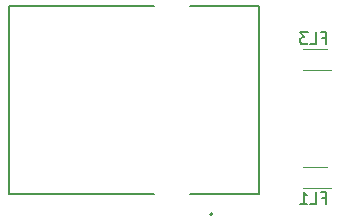
<source format=gbo>
G04 #@! TF.GenerationSoftware,KiCad,Pcbnew,(5.1.2)-1*
G04 #@! TF.CreationDate,2024-05-04T01:05:48+09:00*
G04 #@! TF.ProjectId,lf,6c662e6b-6963-4616-945f-706362585858,v1.1*
G04 #@! TF.SameCoordinates,Original*
G04 #@! TF.FileFunction,Legend,Bot*
G04 #@! TF.FilePolarity,Positive*
%FSLAX46Y46*%
G04 Gerber Fmt 4.6, Leading zero omitted, Abs format (unit mm)*
G04 Created by KiCad (PCBNEW (5.1.2)-1) date 2024-05-04 01:05:48*
%MOMM*%
%LPD*%
G04 APERTURE LIST*
%ADD10C,0.100000*%
%ADD11C,0.200000*%
%ADD12C,0.127000*%
%ADD13C,0.150000*%
%ADD14C,0.612000*%
%ADD15C,2.604000*%
%ADD16C,3.302000*%
%ADD17C,1.612000*%
%ADD18R,1.612000X1.612000*%
G04 APERTURE END LIST*
D10*
X147215000Y-85110000D02*
X145185000Y-85110000D01*
X147570000Y-86890000D02*
X145185000Y-86890000D01*
X147215000Y-95110000D02*
X145185000Y-95110000D01*
X147570000Y-96890000D02*
X145185000Y-96890000D01*
D11*
X137550000Y-99150000D02*
G75*
G03X137550000Y-99150000I-100000J0D01*
G01*
D12*
X120300000Y-81500000D02*
X120300000Y-97400000D01*
X141500000Y-97400000D02*
X141500000Y-81500000D01*
X120300000Y-97400000D02*
X132630000Y-97400000D01*
X135670000Y-97400000D02*
X141500000Y-97400000D01*
X120300000Y-81500000D02*
X132630000Y-81500000D01*
X141500000Y-81500000D02*
X135670000Y-81500000D01*
D13*
X146838095Y-84228571D02*
X147171428Y-84228571D01*
X147171428Y-84752380D02*
X147171428Y-83752380D01*
X146695238Y-83752380D01*
X145838095Y-84752380D02*
X146314285Y-84752380D01*
X146314285Y-83752380D01*
X145600000Y-83752380D02*
X144980952Y-83752380D01*
X145314285Y-84133333D01*
X145171428Y-84133333D01*
X145076190Y-84180952D01*
X145028571Y-84228571D01*
X144980952Y-84323809D01*
X144980952Y-84561904D01*
X145028571Y-84657142D01*
X145076190Y-84704761D01*
X145171428Y-84752380D01*
X145457142Y-84752380D01*
X145552380Y-84704761D01*
X145600000Y-84657142D01*
X146838095Y-97728571D02*
X147171428Y-97728571D01*
X147171428Y-98252380D02*
X147171428Y-97252380D01*
X146695238Y-97252380D01*
X145838095Y-98252380D02*
X146314285Y-98252380D01*
X146314285Y-97252380D01*
X144980952Y-98252380D02*
X145552380Y-98252380D01*
X145266666Y-98252380D02*
X145266666Y-97252380D01*
X145361904Y-97395238D01*
X145457142Y-97490476D01*
X145552380Y-97538095D01*
%LPC*%
D10*
G36*
X147438399Y-85259147D02*
G01*
X147441370Y-85259588D01*
X147444283Y-85260318D01*
X147447110Y-85261329D01*
X147449825Y-85262613D01*
X147452400Y-85264157D01*
X147454812Y-85265946D01*
X147457037Y-85267963D01*
X147459054Y-85270188D01*
X147460843Y-85272600D01*
X147462387Y-85275175D01*
X147463671Y-85277890D01*
X147464682Y-85280717D01*
X147465412Y-85283630D01*
X147465853Y-85286601D01*
X147466000Y-85289600D01*
X147466000Y-85840400D01*
X147465853Y-85843399D01*
X147465412Y-85846370D01*
X147464682Y-85849283D01*
X147463671Y-85852110D01*
X147462387Y-85854825D01*
X147460843Y-85857400D01*
X147459054Y-85859812D01*
X147457037Y-85862037D01*
X147454812Y-85864054D01*
X147452400Y-85865843D01*
X147449825Y-85867387D01*
X147447110Y-85868671D01*
X147444283Y-85869682D01*
X147441370Y-85870412D01*
X147438399Y-85870853D01*
X147435400Y-85871000D01*
X146634600Y-85871000D01*
X146631601Y-85870853D01*
X146628630Y-85870412D01*
X146625717Y-85869682D01*
X146622890Y-85868671D01*
X146620175Y-85867387D01*
X146617600Y-85865843D01*
X146615188Y-85864054D01*
X146612963Y-85862037D01*
X146610946Y-85859812D01*
X146609157Y-85857400D01*
X146607613Y-85854825D01*
X146606329Y-85852110D01*
X146605318Y-85849283D01*
X146604588Y-85846370D01*
X146604147Y-85843399D01*
X146604000Y-85840400D01*
X146604000Y-85289600D01*
X146604147Y-85286601D01*
X146604588Y-85283630D01*
X146605318Y-85280717D01*
X146606329Y-85277890D01*
X146607613Y-85275175D01*
X146609157Y-85272600D01*
X146610946Y-85270188D01*
X146612963Y-85267963D01*
X146615188Y-85265946D01*
X146617600Y-85264157D01*
X146620175Y-85262613D01*
X146622890Y-85261329D01*
X146625717Y-85260318D01*
X146628630Y-85259588D01*
X146631601Y-85259147D01*
X146634600Y-85259000D01*
X147435400Y-85259000D01*
X147438399Y-85259147D01*
X147438399Y-85259147D01*
G37*
D14*
X147035000Y-85565000D03*
D10*
G36*
X145768399Y-85259147D02*
G01*
X145771370Y-85259588D01*
X145774283Y-85260318D01*
X145777110Y-85261329D01*
X145779825Y-85262613D01*
X145782400Y-85264157D01*
X145784812Y-85265946D01*
X145787037Y-85267963D01*
X145789054Y-85270188D01*
X145790843Y-85272600D01*
X145792387Y-85275175D01*
X145793671Y-85277890D01*
X145794682Y-85280717D01*
X145795412Y-85283630D01*
X145795853Y-85286601D01*
X145796000Y-85289600D01*
X145796000Y-85840400D01*
X145795853Y-85843399D01*
X145795412Y-85846370D01*
X145794682Y-85849283D01*
X145793671Y-85852110D01*
X145792387Y-85854825D01*
X145790843Y-85857400D01*
X145789054Y-85859812D01*
X145787037Y-85862037D01*
X145784812Y-85864054D01*
X145782400Y-85865843D01*
X145779825Y-85867387D01*
X145777110Y-85868671D01*
X145774283Y-85869682D01*
X145771370Y-85870412D01*
X145768399Y-85870853D01*
X145765400Y-85871000D01*
X144964600Y-85871000D01*
X144961601Y-85870853D01*
X144958630Y-85870412D01*
X144955717Y-85869682D01*
X144952890Y-85868671D01*
X144950175Y-85867387D01*
X144947600Y-85865843D01*
X144945188Y-85864054D01*
X144942963Y-85862037D01*
X144940946Y-85859812D01*
X144939157Y-85857400D01*
X144937613Y-85854825D01*
X144936329Y-85852110D01*
X144935318Y-85849283D01*
X144934588Y-85846370D01*
X144934147Y-85843399D01*
X144934000Y-85840400D01*
X144934000Y-85289600D01*
X144934147Y-85286601D01*
X144934588Y-85283630D01*
X144935318Y-85280717D01*
X144936329Y-85277890D01*
X144937613Y-85275175D01*
X144939157Y-85272600D01*
X144940946Y-85270188D01*
X144942963Y-85267963D01*
X144945188Y-85265946D01*
X144947600Y-85264157D01*
X144950175Y-85262613D01*
X144952890Y-85261329D01*
X144955717Y-85260318D01*
X144958630Y-85259588D01*
X144961601Y-85259147D01*
X144964600Y-85259000D01*
X145765400Y-85259000D01*
X145768399Y-85259147D01*
X145768399Y-85259147D01*
G37*
D14*
X145365000Y-85565000D03*
D10*
G36*
X145768399Y-86129147D02*
G01*
X145771370Y-86129588D01*
X145774283Y-86130318D01*
X145777110Y-86131329D01*
X145779825Y-86132613D01*
X145782400Y-86134157D01*
X145784812Y-86135946D01*
X145787037Y-86137963D01*
X145789054Y-86140188D01*
X145790843Y-86142600D01*
X145792387Y-86145175D01*
X145793671Y-86147890D01*
X145794682Y-86150717D01*
X145795412Y-86153630D01*
X145795853Y-86156601D01*
X145796000Y-86159600D01*
X145796000Y-86710400D01*
X145795853Y-86713399D01*
X145795412Y-86716370D01*
X145794682Y-86719283D01*
X145793671Y-86722110D01*
X145792387Y-86724825D01*
X145790843Y-86727400D01*
X145789054Y-86729812D01*
X145787037Y-86732037D01*
X145784812Y-86734054D01*
X145782400Y-86735843D01*
X145779825Y-86737387D01*
X145777110Y-86738671D01*
X145774283Y-86739682D01*
X145771370Y-86740412D01*
X145768399Y-86740853D01*
X145765400Y-86741000D01*
X144964600Y-86741000D01*
X144961601Y-86740853D01*
X144958630Y-86740412D01*
X144955717Y-86739682D01*
X144952890Y-86738671D01*
X144950175Y-86737387D01*
X144947600Y-86735843D01*
X144945188Y-86734054D01*
X144942963Y-86732037D01*
X144940946Y-86729812D01*
X144939157Y-86727400D01*
X144937613Y-86724825D01*
X144936329Y-86722110D01*
X144935318Y-86719283D01*
X144934588Y-86716370D01*
X144934147Y-86713399D01*
X144934000Y-86710400D01*
X144934000Y-86159600D01*
X144934147Y-86156601D01*
X144934588Y-86153630D01*
X144935318Y-86150717D01*
X144936329Y-86147890D01*
X144937613Y-86145175D01*
X144939157Y-86142600D01*
X144940946Y-86140188D01*
X144942963Y-86137963D01*
X144945188Y-86135946D01*
X144947600Y-86134157D01*
X144950175Y-86132613D01*
X144952890Y-86131329D01*
X144955717Y-86130318D01*
X144958630Y-86129588D01*
X144961601Y-86129147D01*
X144964600Y-86129000D01*
X145765400Y-86129000D01*
X145768399Y-86129147D01*
X145768399Y-86129147D01*
G37*
D14*
X145365000Y-86435000D03*
D10*
G36*
X147438399Y-86129147D02*
G01*
X147441370Y-86129588D01*
X147444283Y-86130318D01*
X147447110Y-86131329D01*
X147449825Y-86132613D01*
X147452400Y-86134157D01*
X147454812Y-86135946D01*
X147457037Y-86137963D01*
X147459054Y-86140188D01*
X147460843Y-86142600D01*
X147462387Y-86145175D01*
X147463671Y-86147890D01*
X147464682Y-86150717D01*
X147465412Y-86153630D01*
X147465853Y-86156601D01*
X147466000Y-86159600D01*
X147466000Y-86710400D01*
X147465853Y-86713399D01*
X147465412Y-86716370D01*
X147464682Y-86719283D01*
X147463671Y-86722110D01*
X147462387Y-86724825D01*
X147460843Y-86727400D01*
X147459054Y-86729812D01*
X147457037Y-86732037D01*
X147454812Y-86734054D01*
X147452400Y-86735843D01*
X147449825Y-86737387D01*
X147447110Y-86738671D01*
X147444283Y-86739682D01*
X147441370Y-86740412D01*
X147438399Y-86740853D01*
X147435400Y-86741000D01*
X146634600Y-86741000D01*
X146631601Y-86740853D01*
X146628630Y-86740412D01*
X146625717Y-86739682D01*
X146622890Y-86738671D01*
X146620175Y-86737387D01*
X146617600Y-86735843D01*
X146615188Y-86734054D01*
X146612963Y-86732037D01*
X146610946Y-86729812D01*
X146609157Y-86727400D01*
X146607613Y-86724825D01*
X146606329Y-86722110D01*
X146605318Y-86719283D01*
X146604588Y-86716370D01*
X146604147Y-86713399D01*
X146604000Y-86710400D01*
X146604000Y-86159600D01*
X146604147Y-86156601D01*
X146604588Y-86153630D01*
X146605318Y-86150717D01*
X146606329Y-86147890D01*
X146607613Y-86145175D01*
X146609157Y-86142600D01*
X146610946Y-86140188D01*
X146612963Y-86137963D01*
X146615188Y-86135946D01*
X146617600Y-86134157D01*
X146620175Y-86132613D01*
X146622890Y-86131329D01*
X146625717Y-86130318D01*
X146628630Y-86129588D01*
X146631601Y-86129147D01*
X146634600Y-86129000D01*
X147435400Y-86129000D01*
X147438399Y-86129147D01*
X147438399Y-86129147D01*
G37*
D14*
X147035000Y-86435000D03*
D10*
G36*
X147438399Y-95259147D02*
G01*
X147441370Y-95259588D01*
X147444283Y-95260318D01*
X147447110Y-95261329D01*
X147449825Y-95262613D01*
X147452400Y-95264157D01*
X147454812Y-95265946D01*
X147457037Y-95267963D01*
X147459054Y-95270188D01*
X147460843Y-95272600D01*
X147462387Y-95275175D01*
X147463671Y-95277890D01*
X147464682Y-95280717D01*
X147465412Y-95283630D01*
X147465853Y-95286601D01*
X147466000Y-95289600D01*
X147466000Y-95840400D01*
X147465853Y-95843399D01*
X147465412Y-95846370D01*
X147464682Y-95849283D01*
X147463671Y-95852110D01*
X147462387Y-95854825D01*
X147460843Y-95857400D01*
X147459054Y-95859812D01*
X147457037Y-95862037D01*
X147454812Y-95864054D01*
X147452400Y-95865843D01*
X147449825Y-95867387D01*
X147447110Y-95868671D01*
X147444283Y-95869682D01*
X147441370Y-95870412D01*
X147438399Y-95870853D01*
X147435400Y-95871000D01*
X146634600Y-95871000D01*
X146631601Y-95870853D01*
X146628630Y-95870412D01*
X146625717Y-95869682D01*
X146622890Y-95868671D01*
X146620175Y-95867387D01*
X146617600Y-95865843D01*
X146615188Y-95864054D01*
X146612963Y-95862037D01*
X146610946Y-95859812D01*
X146609157Y-95857400D01*
X146607613Y-95854825D01*
X146606329Y-95852110D01*
X146605318Y-95849283D01*
X146604588Y-95846370D01*
X146604147Y-95843399D01*
X146604000Y-95840400D01*
X146604000Y-95289600D01*
X146604147Y-95286601D01*
X146604588Y-95283630D01*
X146605318Y-95280717D01*
X146606329Y-95277890D01*
X146607613Y-95275175D01*
X146609157Y-95272600D01*
X146610946Y-95270188D01*
X146612963Y-95267963D01*
X146615188Y-95265946D01*
X146617600Y-95264157D01*
X146620175Y-95262613D01*
X146622890Y-95261329D01*
X146625717Y-95260318D01*
X146628630Y-95259588D01*
X146631601Y-95259147D01*
X146634600Y-95259000D01*
X147435400Y-95259000D01*
X147438399Y-95259147D01*
X147438399Y-95259147D01*
G37*
D14*
X147035000Y-95565000D03*
D10*
G36*
X145768399Y-95259147D02*
G01*
X145771370Y-95259588D01*
X145774283Y-95260318D01*
X145777110Y-95261329D01*
X145779825Y-95262613D01*
X145782400Y-95264157D01*
X145784812Y-95265946D01*
X145787037Y-95267963D01*
X145789054Y-95270188D01*
X145790843Y-95272600D01*
X145792387Y-95275175D01*
X145793671Y-95277890D01*
X145794682Y-95280717D01*
X145795412Y-95283630D01*
X145795853Y-95286601D01*
X145796000Y-95289600D01*
X145796000Y-95840400D01*
X145795853Y-95843399D01*
X145795412Y-95846370D01*
X145794682Y-95849283D01*
X145793671Y-95852110D01*
X145792387Y-95854825D01*
X145790843Y-95857400D01*
X145789054Y-95859812D01*
X145787037Y-95862037D01*
X145784812Y-95864054D01*
X145782400Y-95865843D01*
X145779825Y-95867387D01*
X145777110Y-95868671D01*
X145774283Y-95869682D01*
X145771370Y-95870412D01*
X145768399Y-95870853D01*
X145765400Y-95871000D01*
X144964600Y-95871000D01*
X144961601Y-95870853D01*
X144958630Y-95870412D01*
X144955717Y-95869682D01*
X144952890Y-95868671D01*
X144950175Y-95867387D01*
X144947600Y-95865843D01*
X144945188Y-95864054D01*
X144942963Y-95862037D01*
X144940946Y-95859812D01*
X144939157Y-95857400D01*
X144937613Y-95854825D01*
X144936329Y-95852110D01*
X144935318Y-95849283D01*
X144934588Y-95846370D01*
X144934147Y-95843399D01*
X144934000Y-95840400D01*
X144934000Y-95289600D01*
X144934147Y-95286601D01*
X144934588Y-95283630D01*
X144935318Y-95280717D01*
X144936329Y-95277890D01*
X144937613Y-95275175D01*
X144939157Y-95272600D01*
X144940946Y-95270188D01*
X144942963Y-95267963D01*
X144945188Y-95265946D01*
X144947600Y-95264157D01*
X144950175Y-95262613D01*
X144952890Y-95261329D01*
X144955717Y-95260318D01*
X144958630Y-95259588D01*
X144961601Y-95259147D01*
X144964600Y-95259000D01*
X145765400Y-95259000D01*
X145768399Y-95259147D01*
X145768399Y-95259147D01*
G37*
D14*
X145365000Y-95565000D03*
D10*
G36*
X145768399Y-96129147D02*
G01*
X145771370Y-96129588D01*
X145774283Y-96130318D01*
X145777110Y-96131329D01*
X145779825Y-96132613D01*
X145782400Y-96134157D01*
X145784812Y-96135946D01*
X145787037Y-96137963D01*
X145789054Y-96140188D01*
X145790843Y-96142600D01*
X145792387Y-96145175D01*
X145793671Y-96147890D01*
X145794682Y-96150717D01*
X145795412Y-96153630D01*
X145795853Y-96156601D01*
X145796000Y-96159600D01*
X145796000Y-96710400D01*
X145795853Y-96713399D01*
X145795412Y-96716370D01*
X145794682Y-96719283D01*
X145793671Y-96722110D01*
X145792387Y-96724825D01*
X145790843Y-96727400D01*
X145789054Y-96729812D01*
X145787037Y-96732037D01*
X145784812Y-96734054D01*
X145782400Y-96735843D01*
X145779825Y-96737387D01*
X145777110Y-96738671D01*
X145774283Y-96739682D01*
X145771370Y-96740412D01*
X145768399Y-96740853D01*
X145765400Y-96741000D01*
X144964600Y-96741000D01*
X144961601Y-96740853D01*
X144958630Y-96740412D01*
X144955717Y-96739682D01*
X144952890Y-96738671D01*
X144950175Y-96737387D01*
X144947600Y-96735843D01*
X144945188Y-96734054D01*
X144942963Y-96732037D01*
X144940946Y-96729812D01*
X144939157Y-96727400D01*
X144937613Y-96724825D01*
X144936329Y-96722110D01*
X144935318Y-96719283D01*
X144934588Y-96716370D01*
X144934147Y-96713399D01*
X144934000Y-96710400D01*
X144934000Y-96159600D01*
X144934147Y-96156601D01*
X144934588Y-96153630D01*
X144935318Y-96150717D01*
X144936329Y-96147890D01*
X144937613Y-96145175D01*
X144939157Y-96142600D01*
X144940946Y-96140188D01*
X144942963Y-96137963D01*
X144945188Y-96135946D01*
X144947600Y-96134157D01*
X144950175Y-96132613D01*
X144952890Y-96131329D01*
X144955717Y-96130318D01*
X144958630Y-96129588D01*
X144961601Y-96129147D01*
X144964600Y-96129000D01*
X145765400Y-96129000D01*
X145768399Y-96129147D01*
X145768399Y-96129147D01*
G37*
D14*
X145365000Y-96435000D03*
D10*
G36*
X147438399Y-96129147D02*
G01*
X147441370Y-96129588D01*
X147444283Y-96130318D01*
X147447110Y-96131329D01*
X147449825Y-96132613D01*
X147452400Y-96134157D01*
X147454812Y-96135946D01*
X147457037Y-96137963D01*
X147459054Y-96140188D01*
X147460843Y-96142600D01*
X147462387Y-96145175D01*
X147463671Y-96147890D01*
X147464682Y-96150717D01*
X147465412Y-96153630D01*
X147465853Y-96156601D01*
X147466000Y-96159600D01*
X147466000Y-96710400D01*
X147465853Y-96713399D01*
X147465412Y-96716370D01*
X147464682Y-96719283D01*
X147463671Y-96722110D01*
X147462387Y-96724825D01*
X147460843Y-96727400D01*
X147459054Y-96729812D01*
X147457037Y-96732037D01*
X147454812Y-96734054D01*
X147452400Y-96735843D01*
X147449825Y-96737387D01*
X147447110Y-96738671D01*
X147444283Y-96739682D01*
X147441370Y-96740412D01*
X147438399Y-96740853D01*
X147435400Y-96741000D01*
X146634600Y-96741000D01*
X146631601Y-96740853D01*
X146628630Y-96740412D01*
X146625717Y-96739682D01*
X146622890Y-96738671D01*
X146620175Y-96737387D01*
X146617600Y-96735843D01*
X146615188Y-96734054D01*
X146612963Y-96732037D01*
X146610946Y-96729812D01*
X146609157Y-96727400D01*
X146607613Y-96724825D01*
X146606329Y-96722110D01*
X146605318Y-96719283D01*
X146604588Y-96716370D01*
X146604147Y-96713399D01*
X146604000Y-96710400D01*
X146604000Y-96159600D01*
X146604147Y-96156601D01*
X146604588Y-96153630D01*
X146605318Y-96150717D01*
X146606329Y-96147890D01*
X146607613Y-96145175D01*
X146609157Y-96142600D01*
X146610946Y-96140188D01*
X146612963Y-96137963D01*
X146615188Y-96135946D01*
X146617600Y-96134157D01*
X146620175Y-96132613D01*
X146622890Y-96131329D01*
X146625717Y-96130318D01*
X146628630Y-96129588D01*
X146631601Y-96129147D01*
X146634600Y-96129000D01*
X147435400Y-96129000D01*
X147438399Y-96129147D01*
X147438399Y-96129147D01*
G37*
D14*
X147035000Y-96435000D03*
D15*
X157850000Y-81900000D03*
X157850000Y-97400000D03*
D16*
X160900000Y-83935000D03*
X160900000Y-95365000D03*
D17*
X152010000Y-92825000D03*
X152010000Y-85205000D03*
X152010000Y-87745000D03*
X152010000Y-90285000D03*
X154550000Y-86475000D03*
X154550000Y-89015000D03*
X154550000Y-91555000D03*
D18*
X154550000Y-94095000D03*
D15*
X134150000Y-81700000D03*
X134150000Y-97200000D03*
D16*
X131100000Y-83735000D03*
X131100000Y-95165000D03*
D17*
X139990000Y-92625000D03*
X139990000Y-85005000D03*
X139990000Y-87545000D03*
X139990000Y-90085000D03*
X137450000Y-86275000D03*
X137450000Y-88815000D03*
X137450000Y-91355000D03*
D18*
X137450000Y-93895000D03*
M02*

</source>
